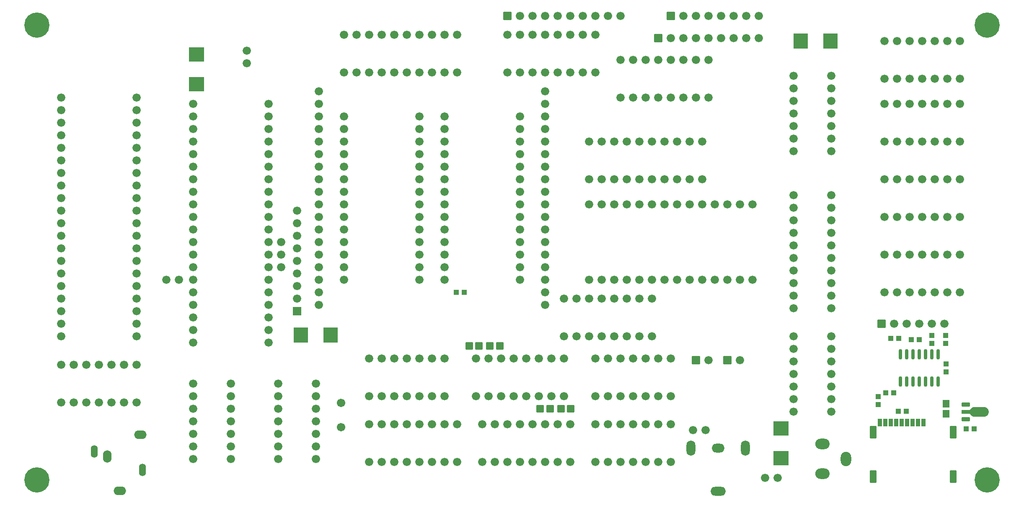
<source format=gts>
G04 Layer: TopSolderMaskLayer*
G04 EasyEDA v6.5.39, 2024-02-04 17:50:00*
G04 ca02cd42b7a24e50ad9d11446f9c8c94,5509f98a9368439c9cde498926e245b9,10*
G04 Gerber Generator version 0.2*
G04 Scale: 100 percent, Rotated: No, Reflected: No *
G04 Dimensions in inches *
G04 leading zeros omitted , absolute positions ,3 integer and 6 decimal *
%FSLAX36Y36*%
%MOIN*%

%AMMACRO1*1,1,$1,$2,$3*1,1,$1,$4,$5*1,1,$1,0-$2,0-$3*1,1,$1,0-$4,0-$5*20,1,$1,$2,$3,$4,$5,0*20,1,$1,$4,$5,0-$2,0-$3,0*20,1,$1,0-$2,0-$3,0-$4,0-$5,0*20,1,$1,0-$4,0-$5,$2,$3,0*4,1,4,$2,$3,$4,$5,0-$2,0-$3,0-$4,0-$5,$2,$3,0*%
%ADD10O,0.026597999999999997X0.084236*%
%ADD11C,0.0660*%
%ADD12MACRO1,0.004X-0.0278X-0.0266X-0.0278X0.0266*%
%ADD13MACRO1,0.004X0.0278X-0.0266X0.0278X0.0266*%
%ADD14MACRO1,0.004X0.0278X0.0266X0.0278X-0.0266*%
%ADD15MACRO1,0.004X-0.0278X0.0266X-0.0278X-0.0266*%
%ADD16R,0.0572X0.0595*%
%ADD17C,0.0670*%
%ADD18MACRO1,0.004X-0.031X0.031X0.031X0.031*%
%ADD19MACRO1,0.008X-0.0217X0.0472X0.0217X0.0472*%
%ADD20MACRO1,0.008X-0.0122X0.0276X0.0122X0.0276*%
%ADD21R,0.0420X0.0400*%
%ADD22MACRO1,0.004X-0.031X0.0132X-0.031X-0.0132*%
%ADD23MACRO1,0.004X0.018X-0.019X-0.018X-0.019*%
%ADD24MACRO1,0.004X-0.018X0.019X0.018X0.019*%
%ADD25MACRO1,0.004X0.019X0.018X0.019X-0.018*%
%ADD26O,0.114X0.084*%
%ADD27O,0.084X0.114*%
%ADD28O,0.054000000000000006X0.099*%
%ADD29O,0.099X0.067*%
%ADD30O,0.067X0.099*%
%ADD31MACRO1,0.004X-0.0551X0.0593X0.0551X0.0593*%
%ADD32O,0.12211X0.070929*%
%ADD33O,0.070929X0.12211*%
%ADD34O,0.102425X0.070929*%
%ADD35R,0.0670X0.0660*%
%ADD36MACRO1,0.004X-0.031X0.0315X0.031X0.0315*%
%ADD37MACRO1,0.004X-0.0593X-0.0551X-0.0593X0.0551*%
%ADD38MACRO1,0.004X0.0551X-0.0592X-0.0551X-0.0592*%
%ADD39MACRO1,0.004X0.0593X0.0551X0.0593X-0.0551*%
%ADD40C,0.2008*%
%ADD41C,0.0129*%

%LPD*%
D10*
G01*
X7024970Y940970D03*
G01*
X7074970Y940970D03*
G01*
X7124970Y940970D03*
G01*
X7174970Y940970D03*
G01*
X7224970Y940970D03*
G01*
X7274970Y940970D03*
G01*
X7324970Y940970D03*
G01*
X7024970Y1159009D03*
G01*
X7074970Y1159009D03*
G01*
X7124970Y1159009D03*
G01*
X7174970Y1159009D03*
G01*
X7224970Y1159009D03*
G01*
X7274970Y1159009D03*
G01*
X7324970Y1159009D03*
D11*
G01*
X2000000Y3150000D03*
G01*
X2000000Y3050000D03*
G01*
X2000000Y2950000D03*
G01*
X2000000Y2850000D03*
G01*
X2000000Y2750000D03*
G01*
X2000000Y2650000D03*
G01*
X2000000Y2550000D03*
G01*
X2000000Y2450000D03*
G01*
X2000000Y2350000D03*
G01*
X2000000Y2250000D03*
G01*
X2000000Y2150000D03*
G01*
X2000000Y2050000D03*
G01*
X2000000Y1950000D03*
G01*
X2000000Y1850000D03*
G01*
X2000000Y1750000D03*
G01*
X2000000Y1650000D03*
G01*
X2000000Y1550000D03*
G01*
X2000000Y1450000D03*
G01*
X2000000Y1350000D03*
G01*
X2000000Y1250000D03*
G01*
X1400000Y1250000D03*
G01*
X1400000Y1350000D03*
G01*
X1400000Y1450000D03*
G01*
X1400000Y1550000D03*
G01*
X1400000Y1650000D03*
G01*
X1400000Y1750000D03*
G01*
X1400000Y1850000D03*
G01*
X1400000Y1950000D03*
G01*
X1400000Y2050000D03*
G01*
X1400000Y2150000D03*
G01*
X1400000Y2250000D03*
G01*
X1400000Y2350000D03*
G01*
X1400000Y2450000D03*
G01*
X1400000Y2550000D03*
G01*
X1400000Y2650000D03*
G01*
X1400000Y2750000D03*
G01*
X1400000Y2850000D03*
G01*
X1400000Y2950000D03*
G01*
X1400000Y3050000D03*
G01*
X1400000Y3150000D03*
G01*
X950000Y3200000D03*
G01*
X950000Y3100000D03*
G01*
X950000Y3000000D03*
G01*
X950000Y2900000D03*
G01*
X950000Y2800000D03*
G01*
X950000Y2700000D03*
G01*
X950000Y2600000D03*
G01*
X950000Y2500000D03*
G01*
X950000Y2400000D03*
G01*
X950000Y2300000D03*
G01*
X950000Y2200000D03*
G01*
X950000Y2100000D03*
G01*
X950000Y2000000D03*
G01*
X950000Y1900000D03*
G01*
X950000Y1800000D03*
G01*
X950000Y1700000D03*
G01*
X950000Y1600000D03*
G01*
X950000Y1500000D03*
G01*
X950000Y1400000D03*
G01*
X950000Y1300000D03*
G01*
X350000Y1300000D03*
G01*
X350000Y1400000D03*
G01*
X350000Y1500000D03*
G01*
X350000Y1600000D03*
G01*
X350000Y1700000D03*
G01*
X350000Y1800000D03*
G01*
X350000Y1900000D03*
G01*
X350000Y2000000D03*
G01*
X350000Y2100000D03*
G01*
X350000Y2200000D03*
G01*
X350000Y2300000D03*
G01*
X350000Y2400000D03*
G01*
X350000Y2500000D03*
G01*
X350000Y2600000D03*
G01*
X350000Y2700000D03*
G01*
X350000Y2800000D03*
G01*
X350000Y2900000D03*
G01*
X350000Y3000000D03*
G01*
X350000Y3100000D03*
G01*
X350000Y3200000D03*
G01*
X2375000Y925000D03*
G01*
X2375000Y825000D03*
G01*
X2375000Y725000D03*
G01*
X2375000Y625000D03*
G01*
X2375000Y525000D03*
G01*
X2375000Y425000D03*
G01*
X2375000Y325000D03*
G01*
X2075000Y325000D03*
G01*
X2075000Y425000D03*
G01*
X2075000Y525000D03*
G01*
X2075000Y625000D03*
G01*
X2075000Y725000D03*
G01*
X2075000Y825000D03*
G01*
X2075000Y925000D03*
G01*
X2600000Y3699969D03*
G01*
X2700000Y3699969D03*
G01*
X2800000Y3699969D03*
G01*
X2900000Y3699969D03*
G01*
X3000000Y3699969D03*
G01*
X3100000Y3699969D03*
G01*
X3200000Y3699969D03*
G01*
X3300000Y3699969D03*
G01*
X3400000Y3699969D03*
G01*
X3500000Y3699969D03*
G01*
X3500000Y3399969D03*
G01*
X3400000Y3399969D03*
G01*
X3300000Y3399969D03*
G01*
X3200000Y3399969D03*
G01*
X3100000Y3399969D03*
G01*
X3000000Y3399969D03*
G01*
X2900000Y3399969D03*
G01*
X2800000Y3399969D03*
G01*
X2700000Y3399969D03*
G01*
X2600000Y3399969D03*
G01*
X4600000Y1125000D03*
G01*
X4700000Y1125000D03*
G01*
X4800000Y1125000D03*
G01*
X4900000Y1125000D03*
G01*
X5000000Y1125000D03*
G01*
X5100000Y1125000D03*
G01*
X5200000Y1125000D03*
G01*
X5200000Y825000D03*
G01*
X5100000Y825000D03*
G01*
X5000000Y825000D03*
G01*
X4900000Y825000D03*
G01*
X4800000Y825000D03*
G01*
X4700000Y825000D03*
G01*
X4600000Y825000D03*
G01*
X5850000Y1750000D03*
G01*
X5750000Y1750000D03*
G01*
X5650000Y1750000D03*
G01*
X5550000Y1750000D03*
G01*
X5450000Y1750000D03*
G01*
X5350000Y1750000D03*
G01*
X5249939Y1750000D03*
G01*
X5150000Y1750000D03*
G01*
X5050000Y1750000D03*
G01*
X4950000Y1750000D03*
G01*
X4850000Y1750000D03*
G01*
X4750000Y1750000D03*
G01*
X4650000Y1750000D03*
G01*
X4550000Y1750000D03*
G01*
X4550000Y2350000D03*
G01*
X4650000Y2350000D03*
G01*
X4750000Y2350000D03*
G01*
X4850000Y2350000D03*
G01*
X4950000Y2350000D03*
G01*
X5050000Y2350000D03*
G01*
X5150000Y2350000D03*
G01*
X5250000Y2350000D03*
G01*
X5350000Y2350000D03*
G01*
X5450000Y2350000D03*
G01*
X5550000Y2350000D03*
G01*
X5650000Y2350000D03*
G01*
X5750000Y2350000D03*
G01*
X5850000Y2350000D03*
G01*
X1700000Y925000D03*
G01*
X1700000Y825000D03*
G01*
X1700000Y725000D03*
G01*
X1700000Y625000D03*
G01*
X1700000Y525000D03*
G01*
X1700000Y425000D03*
G01*
X1700000Y325000D03*
G01*
X1400000Y325000D03*
G01*
X1400000Y425000D03*
G01*
X1400000Y525000D03*
G01*
X1400000Y625000D03*
G01*
X1400000Y725000D03*
G01*
X1400000Y825000D03*
G01*
X1400000Y925000D03*
G01*
X3200000Y3050000D03*
G01*
X3200000Y2950000D03*
G01*
X3200000Y2850000D03*
G01*
X3200000Y2750000D03*
G01*
X3200000Y2650000D03*
G01*
X3200000Y2550000D03*
G01*
X3200000Y2449940D03*
G01*
X3200000Y2350000D03*
G01*
X3200000Y2250000D03*
G01*
X3200000Y2150000D03*
G01*
X3200000Y2050000D03*
G01*
X3200000Y1950000D03*
G01*
X3200000Y1850000D03*
G01*
X3200000Y1750000D03*
G01*
X2600000Y1750000D03*
G01*
X2600000Y1850000D03*
G01*
X2600000Y1950000D03*
G01*
X2600000Y2050000D03*
G01*
X2600000Y2150000D03*
G01*
X2600000Y2250000D03*
G01*
X2600000Y2350000D03*
G01*
X2600000Y2450000D03*
G01*
X2600000Y2550000D03*
G01*
X2600000Y2650000D03*
G01*
X2600000Y2750000D03*
G01*
X2600000Y2850000D03*
G01*
X2600000Y2950000D03*
G01*
X2600000Y3050000D03*
G01*
X4600000Y600000D03*
G01*
X4700000Y600000D03*
G01*
X4800000Y600000D03*
G01*
X4900000Y600000D03*
G01*
X5000000Y600000D03*
G01*
X5100000Y600000D03*
G01*
X5200000Y600000D03*
G01*
X5200000Y300000D03*
G01*
X5100000Y300000D03*
G01*
X5000000Y300000D03*
G01*
X4900000Y300000D03*
G01*
X4800000Y300000D03*
G01*
X4700000Y300000D03*
G01*
X4600000Y300000D03*
G01*
X4550000Y2849969D03*
G01*
X4650000Y2849969D03*
G01*
X4750000Y2849969D03*
G01*
X4850000Y2849969D03*
G01*
X4950000Y2849969D03*
G01*
X5050000Y2849969D03*
G01*
X5150000Y2849969D03*
G01*
X5250000Y2849969D03*
G01*
X5350000Y2849969D03*
G01*
X5450000Y2849969D03*
G01*
X5450000Y2549969D03*
G01*
X5350000Y2549969D03*
G01*
X5250000Y2549969D03*
G01*
X5150000Y2549969D03*
G01*
X5050000Y2549969D03*
G01*
X4950000Y2549969D03*
G01*
X4850000Y2549969D03*
G01*
X4750000Y2549969D03*
G01*
X4650000Y2549969D03*
G01*
X4550000Y2549969D03*
G01*
X4000000Y3050000D03*
G01*
X4000000Y2950000D03*
G01*
X4000000Y2850000D03*
G01*
X4000000Y2750000D03*
G01*
X4000000Y2650000D03*
G01*
X4000000Y2550000D03*
G01*
X4000000Y2449940D03*
G01*
X4000000Y2350000D03*
G01*
X4000000Y2250000D03*
G01*
X4000000Y2150000D03*
G01*
X4000000Y2050000D03*
G01*
X4000000Y1950000D03*
G01*
X4000000Y1850000D03*
G01*
X4000000Y1750000D03*
G01*
X3400000Y1750000D03*
G01*
X3400000Y1850000D03*
G01*
X3400000Y1950000D03*
G01*
X3400000Y2050000D03*
G01*
X3400000Y2150000D03*
G01*
X3400000Y2250000D03*
G01*
X3400000Y2350000D03*
G01*
X3400000Y2450000D03*
G01*
X3400000Y2550000D03*
G01*
X3400000Y2650000D03*
G01*
X3400000Y2750000D03*
G01*
X3400000Y2850000D03*
G01*
X3400000Y2950000D03*
G01*
X3400000Y3050000D03*
G01*
X5050000Y1600000D03*
G01*
X4950000Y1600000D03*
G01*
X4650000Y1600000D03*
G01*
X4550000Y1600000D03*
G01*
X4850000Y1600000D03*
G01*
X4750000Y1600000D03*
G01*
X4450000Y1600000D03*
G01*
X4350000Y1600000D03*
G01*
X4350000Y1300000D03*
G01*
X4450000Y1300000D03*
G01*
X4550000Y1300000D03*
G01*
X4650000Y1300000D03*
G01*
X4750000Y1300000D03*
G01*
X4850000Y1300000D03*
G01*
X4950000Y1300000D03*
G01*
X5050000Y1300000D03*
G01*
X2800000Y1125000D03*
G01*
X2900000Y1125000D03*
G01*
X3000000Y1125000D03*
G01*
X3100000Y1125000D03*
G01*
X3200000Y1125000D03*
G01*
X3300000Y1125000D03*
G01*
X3400000Y1125000D03*
G01*
X3400000Y825000D03*
G01*
X3300000Y825000D03*
G01*
X3200000Y825000D03*
G01*
X3100000Y825000D03*
G01*
X3000000Y825000D03*
G01*
X2900000Y825000D03*
G01*
X2800000Y825000D03*
G01*
X4600000Y3700000D03*
G01*
X4500000Y3700000D03*
G01*
X4200000Y3700000D03*
G01*
X4100000Y3700000D03*
G01*
X4400000Y3700000D03*
G01*
X4300000Y3700000D03*
G01*
X4000000Y3700000D03*
G01*
X3900000Y3700000D03*
G01*
X3900000Y3400000D03*
G01*
X4000000Y3400000D03*
G01*
X4100000Y3400000D03*
G01*
X4200000Y3400000D03*
G01*
X4300000Y3400000D03*
G01*
X4400000Y3400000D03*
G01*
X4500000Y3400000D03*
G01*
X4600000Y3400000D03*
G01*
X3700000Y300000D03*
G01*
X3800000Y300000D03*
G01*
X4100000Y300000D03*
G01*
X4200000Y300000D03*
G01*
X3900000Y300000D03*
G01*
X4000000Y300000D03*
G01*
X4300000Y300000D03*
G01*
X4400000Y300000D03*
G01*
X4400000Y600000D03*
G01*
X4300000Y600000D03*
G01*
X4200000Y600000D03*
G01*
X4100000Y600000D03*
G01*
X4000000Y600000D03*
G01*
X3900000Y600000D03*
G01*
X3800000Y600000D03*
G01*
X3700000Y600000D03*
G01*
X2800000Y300000D03*
G01*
X2900000Y300000D03*
G01*
X3200000Y300000D03*
G01*
X3300000Y300000D03*
G01*
X3000000Y300000D03*
G01*
X3100000Y300000D03*
G01*
X3400000Y300000D03*
G01*
X3500000Y300000D03*
G01*
X3500000Y600000D03*
G01*
X3400000Y600000D03*
G01*
X3300000Y600000D03*
G01*
X3200000Y600000D03*
G01*
X3100000Y600000D03*
G01*
X3000000Y600000D03*
G01*
X2900000Y600000D03*
G01*
X2800000Y600000D03*
G01*
X3650000Y825000D03*
G01*
X3750000Y825000D03*
G01*
X4050000Y825000D03*
G01*
X4150000Y825000D03*
G01*
X3850000Y825000D03*
G01*
X3950000Y825000D03*
G01*
X4250000Y825000D03*
G01*
X4350000Y825000D03*
G01*
X4350000Y1125000D03*
G01*
X4250000Y1125000D03*
G01*
X4150000Y1125000D03*
G01*
X4050000Y1125000D03*
G01*
X3950000Y1125000D03*
G01*
X3850000Y1125000D03*
G01*
X3750000Y1125000D03*
G01*
X3650000Y1125000D03*
G01*
X5500000Y3500000D03*
G01*
X5400000Y3500000D03*
G01*
X5100000Y3500000D03*
G01*
X5000000Y3500000D03*
G01*
X5300000Y3500000D03*
G01*
X5200000Y3500000D03*
G01*
X4900000Y3500000D03*
G01*
X4800000Y3500000D03*
G01*
X4800000Y3200000D03*
G01*
X4900000Y3200000D03*
G01*
X5000000Y3200000D03*
G01*
X5100000Y3200000D03*
G01*
X5200000Y3200000D03*
G01*
X5300000Y3200000D03*
G01*
X5400000Y3200000D03*
G01*
X5500000Y3200000D03*
G01*
X7500000Y3350000D03*
G01*
X7400000Y3350000D03*
G01*
X7300000Y3350000D03*
G01*
X7200000Y3350000D03*
G01*
X7100000Y3350000D03*
G01*
X7000000Y3350000D03*
G01*
X6900000Y3350000D03*
G01*
X6900000Y3650000D03*
G01*
X7000000Y3650000D03*
G01*
X7100000Y3650000D03*
G01*
X7200000Y3650000D03*
G01*
X7300000Y3650000D03*
G01*
X7400000Y3650000D03*
G01*
X7500000Y3650000D03*
G01*
X6475000Y1300000D03*
G01*
X6475000Y1200000D03*
G01*
X6475000Y1100000D03*
G01*
X6475000Y1000000D03*
G01*
X6475000Y900000D03*
G01*
X6475000Y800000D03*
G01*
X6475000Y700000D03*
G01*
X6175000Y700000D03*
G01*
X6175000Y800000D03*
G01*
X6175000Y900000D03*
G01*
X6175000Y1000000D03*
G01*
X6175000Y1100000D03*
G01*
X6175000Y1200000D03*
G01*
X6175000Y1300000D03*
G01*
X6475000Y3375000D03*
G01*
X6475000Y3275000D03*
G01*
X6475000Y3175000D03*
G01*
X6475000Y3075000D03*
G01*
X6475000Y2975000D03*
G01*
X6475000Y2875000D03*
G01*
X6475000Y2775000D03*
G01*
X6175000Y2775000D03*
G01*
X6175000Y2875000D03*
G01*
X6175000Y2975000D03*
G01*
X6175000Y3075000D03*
G01*
X6175000Y3175000D03*
G01*
X6175000Y3275000D03*
G01*
X6175000Y3375000D03*
G01*
X7500000Y2250000D03*
G01*
X7400000Y2250000D03*
G01*
X7300000Y2250000D03*
G01*
X7200000Y2250000D03*
G01*
X7100000Y2250000D03*
G01*
X7000000Y2250000D03*
G01*
X6900000Y2250000D03*
G01*
X6900000Y2550000D03*
G01*
X7000000Y2550000D03*
G01*
X7100000Y2550000D03*
G01*
X7200000Y2550000D03*
G01*
X7300000Y2550000D03*
G01*
X7400000Y2550000D03*
G01*
X7500000Y2550000D03*
G01*
X7500000Y2850000D03*
G01*
X7400000Y2850000D03*
G01*
X7300000Y2850000D03*
G01*
X7200000Y2850000D03*
G01*
X7100000Y2850000D03*
G01*
X7000000Y2850000D03*
G01*
X6900000Y2850000D03*
G01*
X6900000Y3150000D03*
G01*
X7000000Y3150000D03*
G01*
X7100000Y3150000D03*
G01*
X7200000Y3150000D03*
G01*
X7300000Y3150000D03*
G01*
X7400000Y3150000D03*
G01*
X7500000Y3150000D03*
G01*
X7500000Y1650000D03*
G01*
X7400000Y1650000D03*
G01*
X7300000Y1650000D03*
G01*
X7200000Y1650000D03*
G01*
X7100000Y1650000D03*
G01*
X7000000Y1650000D03*
G01*
X6900000Y1650000D03*
G01*
X6900000Y1950000D03*
G01*
X7000000Y1950000D03*
G01*
X7100000Y1950000D03*
G01*
X7200000Y1950000D03*
G01*
X7300000Y1950000D03*
G01*
X7400000Y1950000D03*
G01*
X7500000Y1950000D03*
G01*
X6475000Y2424969D03*
G01*
X6475000Y2324969D03*
G01*
X6475000Y2224969D03*
G01*
X6475000Y2124969D03*
G01*
X6475000Y2024969D03*
G01*
X6475000Y1924969D03*
G01*
X6475000Y1824969D03*
G01*
X6475000Y1724969D03*
G01*
X6475000Y1624969D03*
G01*
X6475000Y1524969D03*
G01*
X6175000Y1524969D03*
G01*
X6175000Y1624969D03*
G01*
X6175000Y1724969D03*
G01*
X6175000Y1824969D03*
G01*
X6175000Y1924969D03*
G01*
X6175000Y2024969D03*
G01*
X6175000Y2124969D03*
G01*
X6175000Y2224969D03*
G01*
X6175000Y2324969D03*
G01*
X6175000Y2424969D03*
G01*
X350000Y1075000D03*
G01*
X450000Y1075000D03*
G01*
X550000Y1075000D03*
G01*
X650000Y1075000D03*
G01*
X750000Y1075000D03*
G01*
X850000Y1075000D03*
G01*
X950000Y1075000D03*
G01*
X950000Y775000D03*
G01*
X850000Y775000D03*
G01*
X750000Y775000D03*
G01*
X650000Y775000D03*
G01*
X550000Y775000D03*
G01*
X450000Y775000D03*
G01*
X350000Y775000D03*
D12*
G01*
X3839371Y1225000D03*
D13*
G01*
X3760628Y1225000D03*
D14*
G01*
X4160628Y725000D03*
D15*
G01*
X4239371Y725000D03*
D16*
G01*
X7390000Y764369D03*
G01*
X7390000Y685630D03*
D17*
G01*
X2575000Y578539D03*
G01*
X2575000Y771460D03*
D11*
G01*
X4400000Y3850000D03*
D18*
G01*
X3900000Y3850000D03*
D11*
G01*
X4000000Y3850000D03*
G01*
X4100000Y3850000D03*
G01*
X4200000Y3850000D03*
G01*
X4300000Y3850000D03*
G01*
X4500000Y3850000D03*
G01*
X4600000Y3850000D03*
G01*
X4700000Y3850000D03*
G01*
X4800000Y3850000D03*
D18*
G01*
X5200000Y3850000D03*
D11*
G01*
X5300000Y3850000D03*
G01*
X5400000Y3850000D03*
G01*
X5500000Y3850000D03*
G01*
X5600000Y3850000D03*
G01*
X5700000Y3850000D03*
G01*
X5800000Y3850000D03*
G01*
X5900000Y3850000D03*
D19*
G01*
X7444980Y537478D03*
G01*
X7444980Y183148D03*
G01*
X6809153Y183148D03*
G01*
X6809153Y537478D03*
D20*
G01*
X6863484Y614919D03*
G01*
X6906790Y614919D03*
G01*
X6950098Y614919D03*
G01*
X6993407Y614919D03*
G01*
X7036713Y614919D03*
G01*
X7080018Y614919D03*
G01*
X7123326Y614919D03*
G01*
X7166635Y614919D03*
G01*
X7209941Y614919D03*
D21*
G01*
X6850000Y821500D03*
G01*
X6850000Y758499D03*
D11*
G01*
X5475000Y555000D03*
G01*
X5375000Y555000D03*
G36*
X7616869Y660290D02*
G01*
X7615039Y660329D01*
X7613199Y660470D01*
X7611369Y660680D01*
X7609560Y660979D01*
X7607740Y661359D01*
X7605959Y661840D01*
X7604200Y662399D01*
X7602470Y663029D01*
X7600760Y663739D01*
X7599099Y664540D01*
X7597470Y665419D01*
X7595889Y666359D01*
X7594359Y667379D01*
X7592860Y668470D01*
X7591419Y669639D01*
X7590050Y670859D01*
X7588720Y672150D01*
X7587470Y673499D01*
X7586270Y674909D01*
X7585140Y676370D01*
X7584089Y677880D01*
X7583109Y679450D01*
X7582190Y681050D01*
X7581270Y682880D01*
X7580850Y684699D01*
X7513630Y684699D01*
X7513630Y714619D01*
X7580850Y714619D01*
X7581270Y716460D01*
X7582190Y718270D01*
X7583109Y719879D01*
X7584089Y721439D01*
X7585140Y722950D01*
X7586270Y724420D01*
X7587470Y725819D01*
X7588720Y727179D01*
X7590050Y728460D01*
X7591419Y729690D01*
X7592860Y730850D01*
X7594350Y731950D01*
X7595889Y732970D01*
X7597470Y733910D01*
X7599099Y734789D01*
X7600770Y735579D01*
X7602470Y736289D01*
X7604200Y736930D01*
X7605969Y737480D01*
X7607740Y737950D01*
X7609560Y738350D01*
X7611369Y738640D01*
X7613199Y738859D01*
X7615050Y738989D01*
X7616869Y739029D01*
X7689910Y739029D01*
X7691729Y738989D01*
X7693580Y738859D01*
X7695410Y738640D01*
X7697219Y738350D01*
X7699040Y737950D01*
X7700810Y737480D01*
X7702579Y736930D01*
X7704309Y736289D01*
X7706009Y735579D01*
X7707680Y734789D01*
X7709309Y733910D01*
X7710889Y732970D01*
X7712430Y731950D01*
X7713919Y730850D01*
X7715360Y729690D01*
X7716729Y728460D01*
X7718050Y727179D01*
X7719309Y725819D01*
X7720500Y724420D01*
X7721629Y722959D01*
X7722690Y721439D01*
X7723670Y719879D01*
X7724589Y718270D01*
X7725420Y716630D01*
X7726180Y714940D01*
X7726850Y713229D01*
X7727449Y711480D01*
X7727950Y709699D01*
X7728389Y707919D01*
X7728729Y706089D01*
X7728990Y704270D01*
X7729160Y702429D01*
X7729250Y700579D01*
X7729250Y698750D01*
X7729160Y696889D01*
X7728990Y695059D01*
X7728729Y693229D01*
X7728389Y691410D01*
X7727950Y689619D01*
X7727449Y687849D01*
X7726850Y686100D01*
X7726180Y684389D01*
X7725420Y682699D01*
X7724589Y681050D01*
X7723670Y679450D01*
X7722690Y677880D01*
X7721620Y676370D01*
X7720500Y674909D01*
X7719309Y673499D01*
X7718050Y672150D01*
X7716729Y670859D01*
X7715360Y669639D01*
X7713919Y668470D01*
X7712420Y667379D01*
X7710889Y666359D01*
X7709309Y665419D01*
X7707680Y664540D01*
X7706019Y663739D01*
X7704309Y663029D01*
X7702579Y662399D01*
X7700820Y661840D01*
X7699040Y661359D01*
X7697219Y660979D01*
X7695410Y660680D01*
X7693580Y660470D01*
X7691740Y660329D01*
X7689910Y660290D01*
G37*
D22*
G01*
X7546601Y640950D03*
G01*
X7546601Y759059D03*
D23*
G01*
X6948499Y1285000D03*
G01*
X7011500Y1285000D03*
D24*
G01*
X7008510Y705000D03*
G01*
X7071509Y705000D03*
D23*
G01*
X7611489Y565000D03*
G01*
X7548490Y565000D03*
D25*
G01*
X7390000Y1081490D03*
G01*
X7390000Y1018489D03*
D23*
G01*
X6908499Y850000D03*
G01*
X6971500Y850000D03*
D21*
G01*
X7385000Y1306500D03*
G01*
X7385000Y1243499D03*
G01*
X7275000Y1306500D03*
G01*
X7275000Y1243499D03*
D24*
G01*
X7176500Y1275000D03*
G01*
X7113499Y1275000D03*
D26*
G01*
X6407489Y443110D03*
G01*
X6407489Y206889D03*
D27*
G01*
X6592520Y325000D03*
D11*
G01*
X7375000Y1400000D03*
G01*
X7275000Y1400000D03*
G01*
X7175000Y1400000D03*
G01*
X7075000Y1400000D03*
G01*
X6975000Y1400000D03*
D18*
G01*
X6875000Y1400000D03*
D28*
G01*
X612089Y383589D03*
D29*
G01*
X978230Y517409D03*
D28*
G01*
X997910Y237950D03*
D30*
G01*
X714810Y344180D03*
D29*
G01*
X816810Y72590D03*
D11*
G01*
X6050000Y175000D03*
G01*
X5950000Y175000D03*
G01*
X2400000Y3250000D03*
G01*
X2400000Y3150000D03*
G01*
X2400000Y3050000D03*
G01*
X2400000Y2950000D03*
G01*
X2400000Y2850000D03*
G01*
X2400000Y2750000D03*
G01*
X2400000Y2650000D03*
G01*
X2400000Y2550000D03*
G01*
X2400000Y2450000D03*
G01*
X2400000Y2350000D03*
G01*
X2400000Y2250000D03*
G01*
X2400000Y2150000D03*
G01*
X2400000Y2050000D03*
G01*
X2400000Y1950000D03*
G01*
X2400000Y1850000D03*
G01*
X2400000Y1750000D03*
G01*
X2400000Y1650000D03*
G01*
X2400000Y1550000D03*
G01*
X4200000Y3250000D03*
G01*
X4200000Y3150000D03*
G01*
X4200000Y3050000D03*
G01*
X4200000Y2950000D03*
G01*
X4200000Y2850000D03*
G01*
X4200000Y2750000D03*
G01*
X4200000Y2650000D03*
G01*
X4200000Y2550000D03*
G01*
X4200000Y2450000D03*
G01*
X4200000Y2350000D03*
G01*
X4200000Y2250000D03*
G01*
X4200000Y2150000D03*
G01*
X4200000Y2050000D03*
G01*
X4200000Y1950000D03*
G01*
X4200000Y1850000D03*
G01*
X4200000Y1750000D03*
G01*
X4200000Y1650000D03*
G01*
X4200000Y1550000D03*
G01*
X2100000Y1950000D03*
G01*
X2100000Y2050000D03*
D31*
G01*
X2256889Y1310000D03*
G01*
X2493110Y1310000D03*
D15*
G01*
X3674371Y1225000D03*
D14*
G01*
X3595628Y1225000D03*
D13*
G01*
X4325628Y725000D03*
D12*
G01*
X4404371Y725000D03*
D11*
G01*
X1185000Y1750000D03*
G01*
X1285000Y1750000D03*
G01*
X1825000Y3575000D03*
G01*
X1825000Y3475000D03*
D32*
G01*
X5575000Y66340D03*
D33*
G01*
X5791540Y412800D03*
G01*
X5358469Y412800D03*
D34*
G01*
X5575000Y412800D03*
D35*
G01*
X2225000Y1500000D03*
D11*
G01*
X2225000Y1600000D03*
G01*
X2225000Y1700000D03*
G01*
X2225000Y1800000D03*
G01*
X2225000Y1900000D03*
G01*
X2225000Y2000000D03*
G01*
X2225000Y2100000D03*
G01*
X2225000Y2200000D03*
G01*
X2225000Y2300000D03*
D36*
G01*
X5100000Y3675000D03*
D11*
G01*
X5200000Y3675000D03*
G01*
X5300000Y3675000D03*
G01*
X5400000Y3675000D03*
G01*
X5500000Y3675000D03*
G01*
X5600000Y3675000D03*
G01*
X5700000Y3675000D03*
G01*
X5800000Y3675000D03*
G01*
X5900000Y3675000D03*
D37*
G01*
X1425000Y3306890D03*
G01*
X1425000Y3543109D03*
D11*
G01*
X2100000Y1850000D03*
G01*
X2100000Y1950000D03*
D38*
G01*
X6469879Y3650000D03*
G01*
X6233659Y3650000D03*
D39*
G01*
X6075000Y568109D03*
G01*
X6075000Y331890D03*
D23*
G01*
X3493499Y1650000D03*
G01*
X3556500Y1650000D03*
D18*
G01*
X5650000Y1110000D03*
D11*
G01*
X5750000Y1110000D03*
D18*
G01*
X5400000Y1110000D03*
D11*
G01*
X5500000Y1110000D03*
D40*
G01*
X157480Y157480D03*
G01*
X7716520Y157480D03*
G01*
X7716520Y3779520D03*
G01*
X157480Y3779520D03*
D11*
G01*
X4200000Y3150000D03*
M02*

</source>
